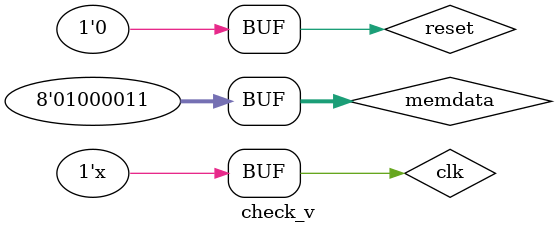
<source format=v>
`timescale 1ns / 1ps


module check_v;

	// Inputs
	reg clk;
	reg reset;
	reg [7:0] memdata;

	// Outputs
	wire memread;
	wire memwrite;
	wire [7:0] adr;
	wire [7:0] writedata;

	// Instantiate the Unit Under Test (UUT)
	mips uut (
		.clk(clk), 
		.reset(reset), 
		.memdata(memdata), 
		.memread(memread), 
		.memwrite(memwrite), 
		.adr(adr), 
		.writedata(writedata)
	);
	always begin
	#10
	clk=~clk;
	end

	initial begin
		// Initialize Inputs
		clk = 0;
		reset = 0;
		memdata = 0;

		// Wait 100 ns for global reset to finish
		#20;
		memdata=8'h43;
		#20;
        
		// Add stimulus here

	end
      
endmodule


</source>
